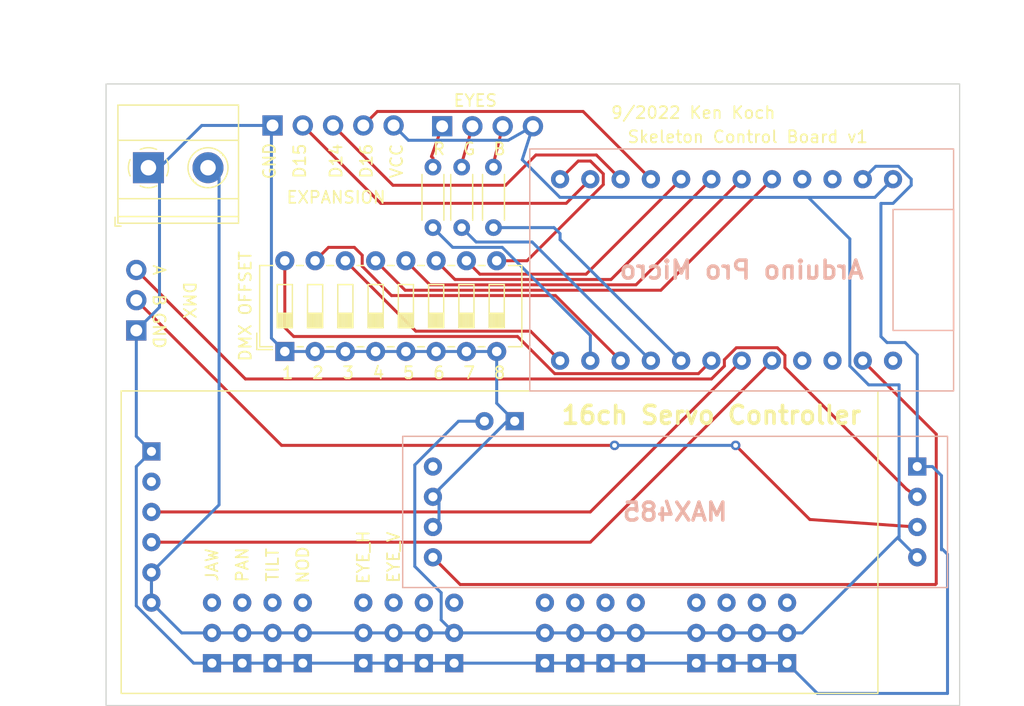
<source format=kicad_pcb>
(kicad_pcb (version 20211014) (generator pcbnew)
  (layers (0 "F.Cu" signal) (31 "B.Cu" signal) (34 "B.Paste" user) (35 "F.Paste" user) (36 "B.SilkS" user "B.Silkscreen") (37 "F.SilkS" user "F.Silkscreen") (38 "B.Mask" user) (39 "F.Mask" user) (44 "Edge.Cuts" user))
  (net 0 "")
  (net 1 "Net-(D1-Pad1)")
  (net 2 "Net-(D1-Pad2)")
  (net 3 "Net-(D1-Pad3)")
  (net 4 "VCC")
  (net 5 "GND")
  (net 6 "Net-(J1-Pad2)")
  (net 7 "Net-(J1-Pad3)")
  (net 8 "Net-(J3-Pad2)")
  (net 9 "Net-(J3-Pad3)")
  (net 10 "Net-(J3-Pad4)")
  (net 11 "/EXP_MOTOR_1")
  (net 12 "/EXP_MOTOR_2")
  (net 13 "/EXP_MOTOR_3")
  (net 14 "/EXP_MOTOR_4")
  (net 15 "/EXP_MOTOR_5")
  (net 16 "/EXP_MOTOR_6")
  (net 17 "/EXP_MOTOR_7")
  (net 18 "/EXP_MOTOR_8")
  (net 19 "/EXP_MOTOR_9")
  (net 20 "/EXP_MOTOR_10")
  (net 21 "/JAWMOTOR")
  (net 22 "/PANMOTOR")
  (net 23 "/TILTMOTOR")
  (net 24 "/NODMOTOR")
  (net 25 "/EYE_H_MOTOR")
  (net 26 "/EYE_V_MOTOR")
  (net 27 "/EYE_B")
  (net 28 "/EYE_G")
  (net 29 "/EYE_R")
  (net 30 "/ADDR_8")
  (net 31 "/ADDR_7")
  (net 32 "/ADDR_6")
  (net 33 "/ADDR_5")
  (net 34 "/ADDR_4")
  (net 35 "/ADDR_3")
  (net 36 "/ADDR_2")
  (net 37 "/ADDR_1")
  (net 38 "/485RO")
  (net 43 "/SERVO_SDA")
  (net 44 "/SERVO_SCL")
  (footprint "Connector_PinHeader_2.54mm:PinHeader_1x03_P2.54mm_Horizontal" (layer "F.Cu") (at 109.728 93.98 180)
    (fp_text reference "J2" hide)
    (fp_text value "DMX OUT (female)")
    (pad "1" thru_hole rect (at 0 0 180) (size 1.7 1.7) (drill 1) (layers *.Cu *.Mask) (net 5 "GND"))
    (pad "2" thru_hole oval (at 0 2.54 180) (size 1.7 1.7) (drill 1) (layers *.Cu *.Mask) (net 6 "Net-(J1-Pad2)"))
    (pad "3" thru_hole oval (at 0 5.08 180) (size 1.7 1.7) (drill 1) (layers *.Cu *.Mask) (net 7 "Net-(J1-Pad3)"))
  )
  (footprint "test:Adafruit 16ch Servo controller" (layer "F.Cu") (at 144.018 104.14)
    (fp_text reference "U3" hide)
    (fp_text value "16ch Servo Controller" hide)
    (fp_rect (start -35.56 -5.08) (end 27.94 20.32) (layer "F.SilkS") (width 0.12) (fill none))
    (pad "3" thru_hole circle (at -27.94 12.7) (size 1.524 1.524) (drill 0.762) (layers *.Cu *.Mask) (net 21 "/JAWMOTOR"))
    (pad "4" thru_hole circle (at -25.4 12.7) (size 1.524 1.524) (drill 0.762) (layers *.Cu *.Mask) (net 22 "/PANMOTOR"))
    (pad "5" thru_hole circle (at -22.86 12.7) (size 1.524 1.524) (drill 0.762) (layers *.Cu *.Mask) (net 23 "/TILTMOTOR"))
    (pad "6" thru_hole circle (at -20.32 12.7) (size 1.524 1.524) (drill 0.762) (layers *.Cu *.Mask) (net 24 "/NODMOTOR"))
    (pad "7" thru_hole circle (at -15.24 12.7) (size 1.524 1.524) (drill 0.762) (layers *.Cu *.Mask) (net 25 "/EYE_H_MOTOR"))
    (pad "8" thru_hole circle (at -12.7 12.7) (size 1.524 1.524) (drill 0.762) (layers *.Cu *.Mask) (net 26 "/EYE_V_MOTOR"))
    (pad "9" thru_hole circle (at -10.16 12.7) (size 1.524 1.524) (drill 0.762) (layers *.Cu *.Mask) (net 11 "/EXP_MOTOR_1"))
    (pad "10" thru_hole circle (at -7.62 12.7) (size 1.524 1.524) (drill 0.762) (layers *.Cu *.Mask) (net 12 "/EXP_MOTOR_2"))
    (pad "11" thru_hole circle (at -25.4 15.24) (size 1.524 1.524) (drill 0.762) (layers *.Cu *.Mask) (net 4 "VCC"))
    (pad "11" thru_hole circle (at -5.08 -2.54) (size 1.524 1.524) (drill 0.762) (layers *.Cu *.Mask) (net 4 "VCC"))
    (pad "11" thru_hole circle (at 2.54 15.24) (size 1.524 1.524) (drill 0.762) (layers *.Cu *.Mask) (net 4 "VCC"))
    (pad "11" thru_hole circle (at 17.78 15.24) (size 1.524 1.524) (drill 0.762) (layers *.Cu *.Mask) (net 4 "VCC"))
    (pad "11" thru_hole circle (at 15.24 15.24) (size 1.524 1.524) (drill 0.762) (layers *.Cu *.Mask) (net 4 "VCC"))
    (pad "11" thru_hole circle (at -10.16 15.24) (size 1.524 1.524) (drill 0.762) (layers *.Cu *.Mask) (net 4 "VCC"))
    (pad "11" thru_hole circle (at -22.86 15.24) (size 1.524 1.524) (drill 0.762) (layers *.Cu *.Mask) (net 4 "VCC"))
    (pad "11" thru_hole circle (at -7.62 15.24) (size 1.524 1.524) (drill 0.762) (layers *.Cu *.Mask) (net 4 "VCC"))
    (pad "11" thru_hole circle (at 12.7 15.24) (size 1.524 1.524) (drill 0.762) (layers *.Cu *.Mask) (net 4 "VCC"))
    (pad "11" thru_hole circle (at 20.32 15.24) (size 1.524 1.524) (drill 0.762) (layers *.Cu *.Mask) (net 4 "VCC"))
    (pad "11" thru_hole circle (at -12.7 15.24) (size 1.524 1.524) (drill 0.762) (layers *.Cu *.Mask) (net 4 "VCC"))
    (pad "11" thru_hole circle (at 5.08 15.24) (size 1.524 1.524) (drill 0.762) (layers *.Cu *.Mask) (net 4 "VCC"))
    (pad "11" thru_hole circle (at -20.32 15.24) (size 1.524 1.524) (drill 0.762) (layers *.Cu *.Mask) (net 4 "VCC"))
    (pad "11" thru_hole circle (at 0 15.24) (size 1.524 1.524) (drill 0.762) (layers *.Cu *.Mask) (net 4 "VCC"))
    (pad "11" thru_hole circle (at -15.24 15.24) (size 1.524 1.524) (drill 0.762) (layers *.Cu *.Mask) (net 4 "VCC"))
    (pad "11" thru_hole circle (at -27.94 15.24) (size 1.524 1.524) (drill 0.762) (layers *.Cu *.Mask) (net 4 "VCC"))
    (pad "11" thru_hole circle (at -33.02 10.16) (size 1.524 1.524) (drill 0.762) (layers *.Cu *.Mask) (net 4 "VCC"))
    (pad "11" thru_hole circle (at 7.62 15.24) (size 1.524 1.524) (drill 0.762) (layers *.Cu *.Mask) (net 4 "VCC"))
    (pad "11" thru_hole circle (at -33.02 12.7) (size 1.524 1.524) (drill 0.762) (layers *.Cu *.Mask) (net 4 "VCC"))
    (pad "12" thru_hole circle (at 0 12.7) (size 1.524 1.524) (drill 0.762) (layers *.Cu *.Mask) (net 13 "/EXP_MOTOR_3"))
    (pad "13" thru_hole circle (at 2.54 12.7) (size 1.524 1.524) (drill 0.762) (layers *.Cu *.Mask) (net 14 "/EXP_MOTOR_4"))
    (pad "14" thru_hole circle (at 5.08 12.7) (size 1.524 1.524) (drill 0.762) (layers *.Cu *.Mask) (net 15 "/EXP_MOTOR_5"))
    (pad "15" thru_hole circle (at 7.62 12.7) (size 1.524 1.524) (drill 0.762) (layers *.Cu *.Mask) (net 16 "/EXP_MOTOR_6"))
    (pad "16" thru_hole circle (at 12.7 12.7) (size 1.524 1.524) (drill 0.762) (layers *.Cu *.Mask) (net 17 "/EXP_MOTOR_7"))
    (pad "17" thru_hole circle (at 15.24 12.7) (size 1.524 1.524) (drill 0.762) (layers *.Cu *.Mask) (net 18 "/EXP_MOTOR_8"))
    (pad "18" thru_hole circle (at 17.78 12.7) (size 1.524 1.524) (drill 0.762) (layers *.Cu *.Mask) (net 19 "/EXP_MOTOR_9"))
    (pad "19" thru_hole circle (at 20.32 12.7) (size 1.524 1.524) (drill 0.762) (layers *.Cu *.Mask) (net 20 "/EXP_MOTOR_10"))
    (pad "20" thru_hole circle (at -33.02 2.54) (size 1.524 1.524) (drill 0.762) (layers *.Cu *.Mask))
    (pad "23" thru_hole circle (at -33.02 5.08) (size 1.524 1.524) (drill 0.762) (layers *.Cu *.Mask) (net 44 "/SERVO_SCL"))
    (pad "24" thru_hole circle (at -33.02 7.62) (size 1.524 1.524) (drill 0.762) (layers *.Cu *.Mask) (net 43 "/SERVO_SDA"))
    (pad "25" thru_hole rect (at 17.78 17.78) (size 1.524 1.524) (drill 0.762) (layers *.Cu *.Mask) (net 5 "GND"))
    (pad "25" thru_hole rect (at -33.02 0) (size 1.524 1.524) (drill 0.762) (layers *.Cu *.Mask) (net 5 "GND"))
    (pad "25" thru_hole rect (at 0 17.78) (size 1.524 1.524) (drill 0.762) (layers *.Cu *.Mask) (net 5 "GND"))
    (pad "25" thru_hole rect (at 12.7 17.78) (size 1.524 1.524) (drill 0.762) (layers *.Cu *.Mask) (net 5 "GND"))
    (pad "25" thru_hole rect (at 5.08 17.78) (size 1.524 1.524) (drill 0.762) (layers *.Cu *.Mask) (net 5 "GND"))
    (pad "25" thru_hole rect (at -25.4 17.78) (size 1.524 1.524) (drill 0.762) (layers *.Cu *.Mask) (net 5 "GND"))
    (pad "25" thru_hole rect (at -22.86 17.78) (size 1.524 1.524) (drill 0.762) (layers *.Cu *.Mask) (net 5 "GND"))
    (pad "25" thru_hole rect (at 20.32 17.78) (size 1.524 1.524) (drill 0.762) (layers *.Cu *.Mask) (net 5 "GND"))
    (pad "25" thru_hole rect (at -15.24 17.78) (size 1.524 1.524) (drill 0.762) (layers *.Cu *.Mask) (net 5 "GND"))
    (pad "25" thru_hole rect (at -7.62 17.78) (size 1.524 1.524) (drill 0.762) (layers *.Cu *.Mask) (net 5 "GND"))
    (pad "25" thru_hole rect (at -2.54 -2.54) (size 1.524 1.524) (drill 0.762) (layers *.Cu *.Mask) (net 5 "GND"))
    (pad "25" thru_hole rect (at 15.24 17.78) (size 1.524 1.524) (drill 0.762) (layers *.Cu *.Mask) (net 5 "GND"))
    (pad "25" thru_hole rect (at 2.54 17.78) (size 1.524 1.524) (drill 0.762) (layers *.Cu *.Mask) (net 5 "GND"))
    (pad "25" thru_hole rect (at -10.16 17.78) (size 1.524 1.524) (drill 0.762) (layers *.Cu *.Mask) (net 5 "GND"))
    (pad "25" thru_hole rect (at -20.32 17.78) (size 1.524 1.524) (drill 0.762) (layers *.Cu *.Mask) (net 5 "GND"))
    (pad "25" thru_hole rect (at 7.62 17.78) (size 1.524 1.524) (drill 0.762) (layers *.Cu *.Mask) (net 5 "GND"))
    (pad "25" thru_hole rect (at -27.94 17.78) (size 1.524 1.524) (drill 0.762) (layers *.Cu *.Mask) (net 5 "GND"))
    (pad "25" thru_hole rect (at -12.7 17.78) (size 1.524 1.524) (drill 0.762) (layers *.Cu *.Mask) (net 5 "GND"))
  )
  (footprint "MountingHole:MountingHole_2.2mm_M2" (layer "F.Cu") (at 174.752 76.2)
    (fp_text reference "REF**" hide)
    (fp_text value "MountingHole_2.2mm_M2")
    (pad "" np_thru_hole circle (at 0 0) (size 2.2 2.2) (drill 2.2) (layers *.Cu *.Mask))
  )
  (footprint "Resistor_THT:R_Axial_DIN0204_L3.6mm_D1.6mm_P5.08mm_Horizontal" (layer "F.Cu") (at 139.7 80.264 -90)
    (fp_text reference "R3" hide)
    (fp_text value "R")
    (fp_line (start 0.62 -0.92) (end 4.46 -0.92) (layer "F.SilkS") (width 0.12))
    (fp_line (start 0.62 0.92) (end 4.46 0.92) (layer "F.SilkS") (width 0.12))
    (pad "1" thru_hole circle (at 0 0 270) (size 1.4 1.4) (drill 0.7) (layers *.Cu *.Mask) (net 3 "Net-(D1-Pad3)"))
    (pad "2" thru_hole oval (at 5.08 0 270) (size 1.4 1.4) (drill 0.7) (layers *.Cu *.Mask) (net 29 "/EYE_R"))
  )
  (footprint "MountingHole:MountingHole_2.2mm_M2" (layer "F.Cu") (at 174.752 120.396)
    (fp_text reference "REF**" hide)
    (fp_text value "MountingHole_2.2mm_M2")
    (pad "" np_thru_hole circle (at 0 0) (size 2.2 2.2) (drill 2.2) (layers *.Cu *.Mask))
  )
  (footprint "Connector_PinHeader_2.54mm:PinHeader_1x04_P2.54mm_Horizontal" (layer "F.Cu") (at 135.392 76.835 90)
    (fp_text reference "D2" hide)
    (fp_text value "Right Eye")
    (pad "1" thru_hole rect (at 0 0 90) (size 1.7 1.7) (drill 1) (layers *.Cu *.Mask) (net 1 "Net-(D1-Pad1)"))
    (pad "2" thru_hole oval (at 0 2.54 90) (size 1.7 1.7) (drill 1) (layers *.Cu *.Mask) (net 2 "Net-(D1-Pad2)"))
    (pad "3" thru_hole oval (at 0 5.08 90) (size 1.7 1.7) (drill 1) (layers *.Cu *.Mask) (net 3 "Net-(D1-Pad3)"))
    (pad "4" thru_hole oval (at 0 7.62 90) (size 1.7 1.7) (drill 1) (layers *.Cu *.Mask) (net 4 "VCC"))
  )
  (footprint "Resistor_THT:R_Axial_DIN0204_L3.6mm_D1.6mm_P5.08mm_Horizontal" (layer "F.Cu") (at 134.62 80.264 -90)
    (fp_text reference "R1" hide)
    (fp_text value "R")
    (fp_line (start 0.62 -0.92) (end 4.46 -0.92) (layer "F.SilkS") (width 0.12))
    (fp_line (start 0.62 0.92) (end 4.46 0.92) (layer "F.SilkS") (width 0.12))
    (pad "1" thru_hole circle (at 0 0 270) (size 1.4 1.4) (drill 0.7) (layers *.Cu *.Mask) (net 1 "Net-(D1-Pad1)"))
    (pad "2" thru_hole oval (at 5.08 0 270) (size 1.4 1.4) (drill 0.7) (layers *.Cu *.Mask) (net 27 "/EYE_B"))
  )
  (footprint "Resistor_THT:R_Axial_DIN0204_L3.6mm_D1.6mm_P5.08mm_Horizontal" (layer "F.Cu") (at 137.033 80.264 -90)
    (fp_text reference "R2" hide)
    (fp_text value "R")
    (fp_line (start 0.62 0.92) (end 4.46 0.92) (layer "F.SilkS") (width 0.12))
    (fp_line (start 0.62 -0.92) (end 4.46 -0.92) (layer "F.SilkS") (width 0.12))
    (pad "1" thru_hole circle (at 0 0 270) (size 1.4 1.4) (drill 0.7) (layers *.Cu *.Mask) (net 2 "Net-(D1-Pad2)"))
    (pad "2" thru_hole oval (at 5.08 0 270) (size 1.4 1.4) (drill 0.7) (layers *.Cu *.Mask) (net 28 "/EYE_G"))
  )
  (footprint "Button_Switch_THT:SW_DIP_SPSTx08_Slide_6.7x21.88mm_W7.62mm_P2.54mm_LowProfile" (layer "F.Cu") (at 122.189 95.748 90)
    (fp_text reference "SW1" hide)
    (fp_text value "DMX Channel Offset Selection")
    (fp_line (start 2 7.465) (end 3.206667 7.465) (layer "F.SilkS") (width 0.12))
    (fp_line (start 2 4.685) (end 3.206667 4.685) (layer "F.SilkS") (width 0.12))
    (fp_line (start 2 4.925) (end 3.206667 4.925) (layer "F.SilkS") (width 0.12))
    (fp_line (start 2 12.065) (end 2 13.335) (layer "F.SilkS") (width 0.12))
    (fp_line (start 2 2.385) (end 3.206667 2.385) (layer "F.SilkS") (width 0.12))
    (fp_line (start 2 4.565) (end 3.206667 4.565) (layer "F.SilkS") (width 0.12))
    (fp_line (start 3.206667 1.905) (end 3.206667 3.175) (layer "F.SilkS") (width 0.12))
    (fp_line (start 2 0.205) (end 3.206667 0.205) (layer "F.SilkS") (width 0.12))
    (fp_line (start 0.4 -2.11) (end 0.4 -1.04) (layer "F.SilkS") (width 0.12))
    (fp_line (start 7.221 18.771) (end 7.221 19.891) (layer "F.SilkS") (width 0.12))
    (fp_line (start 2 12.545) (end 3.206667 12.545) (layer "F.SilkS") (width 0.12))
    (fp_line (start 2 15.805) (end 3.206667 15.805) (layer "F.SilkS") (width 0.12))
    (fp_line (start 2 8.065) (end 3.206667 8.065) (layer "F.SilkS") (width 0.12))
    (fp_line (start 5.62 9.525) (end 2 9.525) (layer "F.SilkS") (width 0.12))
    (fp_line (start 2 17.745) (end 3.206667 17.745) (layer "F.SilkS") (width 0.12))
    (fp_line (start 2 7.225) (end 3.206667 7.225) (layer "F.SilkS") (width 0.12))
    (fp_line (start 2 7.345) (end 3.206667 7.345) (layer "F.SilkS") (width 0.12))
    (fp_line (start 7.221 11.151) (end 7.221 11.711) (layer "F.SilkS") (width 0.12))
    (fp_line (start 3.206667 12.065) (end 3.206667 13.335) (layer "F.SilkS") (width 0.12))
    (fp_line (start 5.62 15.875) (end 5.62 14.605) (layer "F.SilkS") (width 0.12))
    (fp_line (start 2 17.385) (end 3.206667 17.385) (layer "F.SilkS") (width 0.12))
    (fp_line (start 3.206667 6.985) (end 3.206667 8.255) (layer "F.SilkS") (width 0.12))
    (fp_line (start 2 9.885) (end 3.206667 9.885) (layer "F.SilkS") (width 0.12))
    (fp_line (start 2 13.335) (end 5.62 13.335) (layer "F.SilkS") (width 0.12))
    (fp_line (start 2 8.255) (end 5.62 8.255) (layer "F.SilkS") (width 0.12))
    (fp_line (start 0.4 18.77) (end 0.4 19.891) (layer "F.SilkS") (width 0.12))
    (fp_line (start 2 10.795) (end 5.62 10.795) (layer "F.SilkS") (width 0.12))
    (fp_line (start 2 -0.155) (end 3.206667 -0.155) (layer "F.SilkS") (width 0.12))
    (fp_line (start 5.62 8.255) (end 5.62 6.985) (layer "F.SilkS") (width 0.12))
    (fp_line (start 2 15.325) (end 3.206667 15.325) (layer "F.SilkS") (width 0.12))
    (fp_line (start 2 5.645) (end 3.206667 5.645) (layer "F.SilkS") (width 0.12))
    (fp_line (start 2 10.125) (end 3.206667 10.125) (layer "F.SilkS") (width 0.12))
    (fp_line (start 7.221 3.531) (end 7.221 4.091) (layer "F.SilkS") (width 0.12))
    (fp_line (start 3.206667 9.525) (end 3.206667 10.795) (layer "F.SilkS") (width 0.12))
    (fp_line (start 0.4 19.891) (end 7.221 19.891) (layer "F.SilkS") (width 0.12))
    (fp_line (start 2 18.225) (end 3.206667 18.225) (layer "F.SilkS") (width 0.12))
    (fp_line (start 2 12.425) (end 3.206667 12.425) (layer "F.SilkS") (width 0.12))
    (fp_line (start 2 5.715) (end 5.62 5.715) (layer "F.SilkS") (width 0.12))
    (fp_line (start 2 5.525) (end 3.206667 5.525) (layer "F.SilkS") (width 0.12))
    (fp_line (start 2 3.175) (end 5.62 3.175) (layer "F.SilkS") (width 0.12))
    (fp_line (start 2 15.445) (end 3.206667 15.445) (layer "F.SilkS") (width 0.12))
    (fp_line (start 2 9.765) (end 3.206667 9.765) (layer "F.SilkS") (width 0.12))
    (fp_line (start 2 -0.395) (end 3.206667 -0.395) (layer "F.SilkS") (width 0.12))
    (fp_line (start 5.62 17.145) (end 2 17.145) (layer "F.SilkS") (width 0.12))
    (fp_line (start 2 7.585) (end 3.206667 7.585) (layer "F.SilkS") (width 0.12))
    (fp_line (start 5.62 4.445) (end 2 4.445) (layer "F.SilkS") (width 0.12))
    (fp_line (start 2 12.305) (end 3.206667 12.305) (layer "F.SilkS") (width 0.12))
    (fp_line (start 7.221 16.231) (end 7.221 16.79) (layer "F.SilkS") (width 0.12))
    (fp_line (start 2 9.645) (end 3.206667 9.645) (layer "F.SilkS") (width 0.12))
    (fp_line (start 0.4 3.53) (end 0.4 4.091) (layer "F.SilkS") (width 0.12))
    (fp_line (start 2 14.965) (end 3.206667 14.965) (layer "F.SilkS") (width 0.12))
    (fp_line (start 2 2.745) (end 3.206667 2.745) (layer "F.SilkS") (width 0.12))
    (fp_line (start 2 7.825) (end 3.206667 7.825) (layer "F.SilkS") (width 0.12))
    (fp_line (start 2 13.025) (end 3.206667 13.025) (layer "F.SilkS") (width 0.12))
    (fp_line (start 5.62 0.635) (end 5.62 -0.635) (layer "F.SilkS") (width 0.12))
    (fp_line (start 0.4 6.07) (end 0.4 6.631) (layer "F.SilkS") (width 0.12))
    (fp_line (start 0.4 8.61) (end 0.4 9.17) (layer "F.SilkS") (width 0.12))
    (fp_line (start 7.221 13.691) (end 7.221 14.251) (layer "F.SilkS") (width 0.12))
    (fp_line (start 2 8.185) (end 3.206667 8.185) (layer "F.SilkS") (width 0.12))
    (fp_line (start 5.62 3.175) (end 5.62 1.905) (layer "F.SilkS") (width 0.12))
    (fp_line (start 5.62 -0.635) (end 2 -0.635) (layer "F.SilkS") (width 0.12))
    (fp_line (start 2 15.565) (end 3.206667 15.565) (layer "F.SilkS") (width 0.12))
    (fp_line (start 2 5.405) (end 3.206667 5.405) (layer "F.SilkS") (width 0.12))
    (fp_line (start 2 0.325) (end 3.206667 0.325) (layer "F.SilkS") (width 0.12))
    (fp_line (start 2 17.865) (end 3.206667 17.865) (layer "F.SilkS") (width 0.12))
    (fp_line (start 2 2.265) (end 3.206667 2.265) (layer "F.SilkS") (width 0.12))
    (fp_line (start 2 14.845) (end 3.206667 14.845) (layer "F.SilkS") (width 0.12))
    (fp_line (start 2 13.265) (end 3.206667 13.265) (layer "F.SilkS") (width 0.12))
    (fp_line (start 0.16 -2.35) (end 1.543 -2.35) (layer "F.SilkS") (width 0.12))
    (fp_line (start 2 2.025) (end 3.206667 2.025) (layer "F.SilkS") (width 0.12))
    (fp_line (start 2 18.345) (end 3.206667 18.345) (layer "F.SilkS") (width 0.12))
    (fp_line (start 2 18.415) (end 5.62 18.415) (layer "F.SilkS") (width 0.12))
    (fp_line (start 7.221 0.991) (end 7.221 1.551) (layer "F.SilkS") (width 0.12))
    (fp_line (start 2 17.265) (end 3.206667 17.265) (layer "F.SilkS") (width 0.12))
    (fp_line (start 2 1.905) (end 2 3.175) (layer "F.SilkS") (width 0.12))
    (fp_line (start 2 10.005) (end 3.206667 10.005) (layer "F.SilkS") (width 0.12))
    (fp_line (start 2 0.635) (end 5.62 0.635) (layer "F.SilkS") (width 0.12))
    (fp_line (start 2 0.565) (end 3.206667 0.565) (layer "F.SilkS") (width 0.12))
    (fp_line (start 2 7.705) (end 3.206667 7.705) (layer "F.SilkS") (width 0.12))
    (fp_line (start 2 5.045) (end 3.206667 5.045) (layer "F.SilkS") (width 0.12))
    (fp_line (start 2 12.905) (end 3.206667 12.905) (layer "F.SilkS") (width 0.12))
    (fp_line (start 2 2.625) (end 3.206667 2.625) (layer "F.SilkS") (width 0.12))
    (fp_line (start 2 5.165) (end 3.206667 5.165) (layer "F.SilkS") (width 0.12))
    (fp_line (start 2 2.505) (end 3.206667 2.505) (layer "F.SilkS") (width 0.12))
    (fp_line (start 5.62 18.415) (end 5.62 17.145) (layer "F.SilkS") (width 0.12))
    (fp_line (start 2 15.685) (end 3.206667 15.685) (layer "F.SilkS") (width 0.12))
    (fp_line (start 5.62 14.605) (end 2 14.605) (layer "F.SilkS") (width 0.12))
    (fp_line (start 2 2.145) (end 3.206667 2.145) (layer "F.SilkS") (width 0.12))
    (fp_line (start 5.62 10.795) (end 5.62 9.525) (layer "F.SilkS") (width 0.12))
    (fp_line (start 2 9.525) (end 2 10.795) (layer "F.SilkS") (width 0.12))
    (fp_line (start 2 3.105) (end 3.206667 3.105) (layer "F.SilkS") (width 0.12))
    (fp_line (start 5.62 12.065) (end 2 12.065) (layer "F.SilkS") (width 0.12))
    (fp_line (start 2 4.445) (end 2 5.715) (layer "F.SilkS") (width 0.12))
    (fp_line (start 2 10.725) (end 3.206667 10.725) (layer "F.SilkS") (width 0.12))
    (fp_line (start 2 2.865) (end 3.206667 2.865) (layer "F.SilkS") (width 0.12))
    (fp_line (start 5.62 13.335) (end 5.62 12.065) (layer "F.SilkS") (width 0.12))
    (fp_line (start 2 0.445) (end 3.206667 0.445) (layer "F.SilkS") (width 0.12))
    (fp_line (start 2 -0.275) (end 3.206667 -0.275) (layer "F.SilkS") (width 0.12))
    (fp_line (start 2 5.285) (end 3.206667 5.285) (layer "F.SilkS") (width 0.12))
    (fp_line (start 2 10.485) (end 3.206667 10.485) (layer "F.SilkS") (width 0.12))
    (fp_line (start 2 13.145) (end 3.206667 13.145) (layer "F.SilkS") (width 0.12))
    (fp_line (start 2 15.205) (end 3.206667 15.205) (layer "F.SilkS") (width 0.12))
    (fp_line (start 2 17.145) (end 2 18.415) (layer "F.SilkS") (width 0.12))
    (fp_line (start 2 14.725) (end 3.206667 14.725) (layer "F.SilkS") (width 0.12))
    (fp_line (start 2 18.105) (end 3.206667 18.105) (layer "F.SilkS") (width 0.12))
    (fp_line (start 2 12.185) (end 3.206667 12.185) (layer "F.SilkS") (width 0.12))
    (fp_line (start 0.16 -2.35) (end 0.16 -1.04) (layer "F.SilkS") (width 0.12))
    (fp_line (start 0.4 16.23) (end 0.4 16.79) (layer "F.SilkS") (width 0.12))
    (fp_line (start 2 2.985) (end 3.206667 2.985) (layer "F.SilkS") (width 0.12))
    (fp_line (start 2 10.605) (end 3.206667 10.605) (layer "F.SilkS") (width 0.12))
    (fp_line (start 2 10.365) (end 3.206667 10.365) (layer "F.SilkS") (width 0.12))
    (fp_line (start 2 0.085) (end 3.206667 0.085) (layer "F.SilkS") (width 0.12))
    (fp_line (start 0.4 11.15) (end 0.4 11.71) (layer "F.SilkS") (width 0.12))
    (fp_line (start 2 17.625) (end 3.206667 17.625) (layer "F.SilkS") (width 0.12))
    (fp_line (start 2 14.605) (end 2 15.875) (layer "F.SilkS") (width 0.12))
    (fp_line (start 0.4 13.69) (end 0.4 14.25) (layer "F.SilkS") (width 0.12))
    (fp_line (start 2 6.985) (end 2 8.255) (layer "F.SilkS") (width 0.12))
    (fp_line (start 5.62 5.715) (end 5.62 4.445) (layer "F.SilkS") (width 0.12))
    (fp_line (start 0.4 1.04) (end 0.4 1.551) (layer "F.SilkS") (width 0.12))
    (fp_line (start 5.62 6.985) (end 2 6.985) (layer "F.SilkS") (width 0.12))
    (fp_line (start 2 4.805) (end 3.206667 4.805) (layer "F.SilkS") (width 0.12))
    (fp_line (start 0.4 -2.11) (end 7.221 -2.11) (layer "F.SilkS") (width 0.12))
    (fp_line (start 2 12.785) (end 3.206667 12.785) (layer "F.SilkS") (width 0.12))
    (fp_line (start 2 15.085) (end 3.206667 15.085) (layer "F.SilkS") (width 0.12))
    (fp_line (start 3.206667 17.145) (end 3.206667 18.415) (layer "F.SilkS") (width 0.12))
    (fp_line (start 2 15.875) (end 5.62 15.875) (layer "F.SilkS") (width 0.12))
    (fp_line (start 2 7.945) (end 3.206667 7.945) (layer "F.SilkS") (width 0.12))
    (fp_line (start 3.206667 14.605) (end 3.206667 15.875) (layer "F.SilkS") (width 0.12))
    (fp_line (start 3.206667 4.445) (end 3.206667 5.715) (layer "F.SilkS") (width 0.12))
    (fp_line (start 5.62 1.905) (end 2 1.905) (layer "F.SilkS") (width 0.12))
    (fp_line (start 7.221 -2.11) (end 7.221 -0.99) (layer "F.SilkS") (width 0.12))
    (fp_line (start 7.221 8.611) (end 7.221 9.171) (layer "F.SilkS") (width 0.12))
    (fp_line (start 2 -0.635) (end 2 0.635) (layer "F.SilkS") (width 0.12))
    (fp_line (start 2 17.985) (end 3.206667 17.985) (layer "F.SilkS") (width 0.12))
    (fp_line (start 7.221 6.071) (end 7.221 6.631) (layer "F.SilkS") (width 0.12))
    (fp_line (start 2 10.245) (end 3.206667 10.245) (layer "F.SilkS") (width 0.12))
    (fp_line (start 2 -0.515) (end 3.206667 -0.515) (layer "F.SilkS") (width 0.12))
    (fp_line (start 3.206667 -0.635) (end 3.206667 0.635) (layer "F.SilkS") (width 0.12))
    (fp_line (start 2 -0.035) (end 3.206667 -0.035) (layer "F.SilkS") (width 0.12))
    (fp_line (start 2 17.505) (end 3.206667 17.505) (layer "F.SilkS") (width 0.12))
    (fp_line (start 2 12.665) (end 3.206667 12.665) (layer "F.SilkS") (width 0.12))
    (fp_line (start 2 7.105) (end 3.206667 7.105) (layer "F.SilkS") (width 0.12))
    (pad "1" thru_hole rect (at 0 0 90) (size 1.6 1.6) (drill 0.8) (layers *.Cu *.Mask) (net 5 "GND"))
    (pad "2" thru_hole oval (at 0 2.54 90) (size 1.6 1.6) (drill 0.8) (layers *.Cu *.Mask) (net 5 "GND"))
    (pad "3" thru_hole oval (at 0 5.08 90) (size 1.6 1.6) (drill 0.8) (layers *.Cu *.Mask) (net 5 "GND"))
    (pad "4" thru_hole oval (at 0 7.62 90) (size 1.6 1.6) (drill 0.8) (layers *.Cu *.Mask) (net 5 "GND"))
    (pad "5" thru_hole oval (at 0 10.16 90) (size 1.6 1.6) (drill 0.8) (layers *.Cu *.Mask) (net 5 "GND"))
    (pad "6" thru_hole oval (at 0 12.7 90) (size 1.6 1.6) (drill 0.8) (layers *.Cu *.Mask) (net 5 "GND"))
    (pad "7" thru_hole oval (at 0 15.24 90) (size 1.6 1.6) (drill 0.8) (layers *.Cu *.Mask) (net 5 "GND"))
    (pad "8" thru_hole oval (at 0 17.78 90) (size 1.6 1.6) (drill 0.8) (layers *.Cu *.Mask) (net 5 "GND"))
    (pad "9" thru_hole oval (at 7.62 17.78 90) (size 1.6 1.6) (drill 0.8) (layers *.Cu *.Mask) (net 30 "/ADDR_8"))
    (pad "10" thru_hole oval (at 7.62 15.24 90) (size 1.6 1.6) (drill 0.8) (layers *.Cu *.Mask) (net 31 "/ADDR_7"))
    (pad "11" thru_hole oval (at 7.62 12.7 90) (size 1.6 1.6) (drill 0.8) (layers *.Cu *.Mask) (net 32 "/ADDR_6"))
    (pad "12" thru_hole oval (at 7.62 10.16 90) (size 1.6 1.6) (drill 0.8) (layers *.Cu *.Mask) (net 33 "/ADDR_5"))
    (pad "13" thru_hole oval (at 7.62 7.62 90) (size 1.6 1.6) (drill 0.8) (layers *.Cu *.Mask) (net 34 "/ADDR_4"))
    (pad "14" thru_hole oval (at 7.62 5.08 90) (size 1.6 1.6) (drill 0.8) (layers *.Cu *.Mask) (net 35 "/ADDR_3"))
    (pad "15" thru_hole oval (at 7.62 2.54 90) (size 1.6 1.6) (drill 0.8) (layers *.Cu *.Mask) (net 36 "/ADDR_2"))
    (pad "16" thru_hole oval (at 7.62 0 90) (size 1.6 1.6) (drill 0.8) (layers *.Cu *.Mask) (net 37 "/ADDR_1"))
  )
  (footprint "TerminalBlock_Phoenix:TerminalBlock_Phoenix_MKDS-1,5-2_1x02_P5.00mm_Horizontal" (layer "F.Cu") (at 110.744 80.315)
    (fp_text reference "J4" hide)
    (fp_text value "Power Input")
    (fp_line (start -2.56 2.6) (end 7.56 2.6) (layer "F.SilkS") (width 0.12))
    (fp_line (start -2.56 4.66) (end 7.56 4.66) (layer "F.SilkS") (width 0.12))
    (fp_line (start 3.966 1.239) (end 3.931 1.274) (layer "F.SilkS") (width 0.12))
    (fp_line (start -2.56 -5.261) (end -2.56 4.66) (layer "F.SilkS") (width 0.12))
    (fp_line (start -2.56 -5.261) (end 7.56 -5.261) (layer "F.SilkS") (width 0.12))
    (fp_line (start 3.773 1.023) (end 3.726 1.069) (layer "F.SilkS") (width 0.12))
    (fp_line (start 7.56 -5.261) (end 7.56 4.66) (layer "F.SilkS") (width 0.12))
    (fp_line (start 6.275 -1.069) (end 6.228 -1.023) (layer "F.SilkS") (width 0.12))
    (fp_line (start -2.56 -2.301) (end 7.56 -2.301) (layer "F.SilkS") (width 0.12))
    (fp_line (start -2.56 4.1) (end 7.56 4.1) (layer "F.SilkS") (width 0.12))
    (fp_line (start 6.07 -1.275) (end 6.035 -1.239) (layer "F.SilkS") (width 0.12))
    (fp_line (start -2.8 4.9) (end -2.3 4.9) (layer "F.SilkS") (width 0.12))
    (fp_line (start -2.8 4.16) (end -2.8 4.9) (layer "F.SilkS") (width 0.12))
    (fp_arc (start 0.028805 1.680253) (mid -0.335551 1.646659) (end -0.684 1.535) (layer "F.SilkS") (width 0.12))
    (fp_arc (start -0.683042 -1.535427) (mid 0.000524 -1.680501) (end 0.684 -1.535) (layer "F.SilkS") (width 0.12))
    (fp_arc (start 1.535427 -0.683042) (mid 1.680501 0.000524) (end 1.535 0.684) (layer "F.SilkS") (width 0.12))
    (fp_arc (start -1.535427 0.683042) (mid -1.680501 -0.000524) (end -1.535 -0.684) (layer "F.SilkS") (width 0.12))
    (fp_arc (start 0.683318 1.534756) (mid 0.349292 1.643288) (end 0 1.68) (layer "F.SilkS") (width 0.12))
    (fp_circle (center 5 0) (end 6.68 0) (layer "F.SilkS") (width 0.12) (fill none))
    (pad "1" thru_hole rect (at 0 0) (size 2.6 2.6) (drill 1.3) (layers *.Cu *.Mask) (net 5 "GND"))
    (pad "2" thru_hole circle (at 5 0) (size 2.6 2.6) (drill 1.3) (layers *.Cu *.Mask) (net 4 "VCC"))
  )
  (footprint "Connector_PinHeader_2.54mm:PinHeader_1x05_P2.54mm_Horizontal" (layer "F.Cu") (at 121.158 76.765 90)
    (fp_text reference "J3" hide)
    (fp_text value "Expansion Slots")
    (pad "1" thru_hole rect (at 0 0 90) (size 1.7 1.7) (drill 1) (layers *.Cu *.Mask) (net 5 "GND"))
    (pad "2" thru_hole oval (at 0 2.54 90) (size 1.7 1.7) (drill 1) (layers *.Cu *.Mask) (net 8 "Net-(J3-Pad2)"))
    (pad "3" thru_hole oval (at 0 5.08 90) (size 1.7 1.7) (drill 1) (layers *.Cu *.Mask) (net 9 "Net-(J3-Pad3)"))
    (pad "4" thru_hole oval (at 0 7.62 90) (size 1.7 1.7) (drill 1) (layers *.Cu *.Mask) (net 10 "Net-(J3-Pad4)"))
    (pad "5" thru_hole oval (at 0 10.16 90) (size 1.7 1.7) (drill 1) (layers *.Cu *.Mask) (net 4 "VCC"))
  )
  (footprint "test:arduino pro micro" (layer "B.Cu") (at 160.528 88.9 180)
    (fp_text reference "U2" hide)
    (fp_text value "ProMicro")
    (fp_rect (start -17.78 5.08) (end -12.7 -5.08) (layer "B.SilkS") (width 0.12) (fill none))
    (fp_rect (start 17.78 10.16) (end -17.78 -10.16) (layer "B.SilkS") (width 0.12) (fill none))
    (pad "1" thru_hole circle (at -12.7 -7.62 180) (size 1.524 1.524) (drill 0.762) (layers *.Cu *.Mask))
    (pad "2" thru_hole circle (at -10.16 -7.62 180) (size 1.524 1.524) (drill 0.762) (layers *.Cu *.Mask) (net 38 "/485RO"))
    (pad "3" thru_hole circle (at -7.62 -7.62 180) (size 1.524 1.524) (drill 0.762) (layers *.Cu *.Mask))
    (pad "4" thru_hole circle (at -5.08 -7.62 180) (size 1.524 1.524) (drill 0.762) (layers *.Cu *.Mask))
    (pad "5" thru_hole circle (at -2.54 -7.62 180) (size 1.524 1.524) (drill 0.762) (layers *.Cu *.Mask) (net 43 "/SERVO_SDA"))
    (pad "6" thru_hole circle (at 0 -7.62 180) (size 1.524 1.524) (drill 0.762) (layers *.Cu *.Mask) (net 44 "/SERVO_SCL"))
    (pad "7" thru_hole circle (at 2.54 -7.62 180) (size 1.524 1.524) (drill 0.762) (layers *.Cu *.Mask) (net 37 "/ADDR_1"))
    (pad "8" thru_hole circle (at 5.08 -7.62 180) (size 1.524 1.524) (drill 0.762) (layers *.Cu *.Mask) (net 29 "/EYE_R"))
    (pad "9" thru_hole circle (at 7.62 -7.62 180) (size 1.524 1.524) (drill 0.762) (layers *.Cu *.Mask) (net 28 "/EYE_G"))
    (pad "10" thru_hole circle (at 10.16 -7.62 180) (size 1.524 1.524) (drill 0.762) (layers *.Cu *.Mask) (net 36 "/ADDR_2"))
    (pad "11" thru_hole circle (at 12.7 -7.62 180) (size 1.524 1.524) (drill 0.762) (layers *.Cu *.Mask) (net 27 "/EYE_B"))
    (pad "12" thru_hole circle (at 15.24 -7.62 180) (size 1.524 1.524) (drill 0.762) (layers *.Cu *.Mask) (net 35 "/ADDR_3"))
    (pad "13" thru_hole circle (at 15.24 7.62 180) (size 1.524 1.524) (drill 0.762) (layers *.Cu *.Mask) (net 30 "/ADDR_8"))
    (pad "14" thru_hole circle (at 12.7 7.62 180) (size 1.524 1.524) (drill 0.762) (layers *.Cu *.Mask) (net 8 "Net-(J3-Pad2)"))
    (pad "15" thru_hole circle (at 10.16 7.62 180) (size 1.524 1.524) (drill 0.762) (layers *.Cu *.Mask) (net 9 "Net-(J3-Pad3)"))
    (pad "16" thru_hole circle (at 7.62 7.62 180) (size 1.524 1.524) (drill 0.762) (layers *.Cu *.Mask) (net 10 "Net-(J3-Pad4)"))
    (pad "17" thru_hole circle (at 5.08 7.62 180) (size 1.524 1.524) (drill 0.762) (layers *.Cu *.Mask) (net 31 "/ADDR_7"))
    (pad "18" thru_hole circle (at 2.54 7.62 180) (size 1.524 1.524) (drill 0.762) (layers *.Cu *.Mask) (net 32 "/ADDR_6"))
    (pad "19" thru_hole circle (at 0 7.62 180) (size 1.524 1.524) (drill 0.762) (layers *.Cu *.Mask) (net 33 "/ADDR_5"))
    (pad "20" thru_hole circle (at -2.54 7.62 180) (size 1.524 1.524) (drill 0.762) (layers *.Cu *.Mask) (net 34 "/ADDR_4"))
    (pad "21" thru_hole circle (at -5.08 7.62 180) (size 1.524 1.524) (drill 0.762) (layers *.Cu *.Mask))
    (pad "22" thru_hole circle (at -7.62 7.62 180) (size 1.524 1.524) (drill 0.762) (layers *.Cu *.Mask))
    (pad "23" thru_hole circle (at -10.16 7.62 180) (size 1.524 1.524) (drill 0.762) (layers *.Cu *.Mask) (net 5 "GND"))
    (pad "24" thru_hole circle (at -12.7 7.62 180) (size 1.524 1.524) (drill 0.762) (layers *.Cu *.Mask) (net 4 "VCC"))
  )
  (footprint "test:MAX485" (layer "B.Cu") (at 144.78 110.49)
    (fp_text reference "U1" hide)
    (fp_text value "MAX485E" hide)
    (fp_rect (start -12.7 5.08) (end 33.02 -7.62) (layer "B.SilkS") (width 0.12) (fill none))
    (pad "1" thru_hole circle (at -10.16 2.54) (size 1.524 1.524) (drill 0.762) (layers *.Cu *.Mask) (net 38 "/485RO"))
    (pad "2" thru_hole circle (at -10.16 0) (size 1.524 1.524) (drill 0.762) (layers *.Cu *.Mask) (net 5 "GND"))
    (pad "3" thru_hole circle (at -10.16 -2.54) (size 1.524 1.524) (drill 0.762) (layers *.Cu *.Mask) (net 5 "GND"))
    (pad "4" thru_hole circle (at -10.16 -5.08) (size 1.524 1.524) (drill 0.762) (layers *.Cu *.Mask))
    (pad "5" thru_hole rect (at 30.48 -5.08) (size 1.524 1.524) (drill 0.762) (layers *.Cu *.Mask) (net 5 "GND"))
    (pad "6" thru_hole circle (at 30.48 -2.54) (size 1.524 1.524) (drill 0.762) (layers *.Cu *.Mask) (net 7 "Net-(J1-Pad3)"))
    (pad "7" thru_hole circle (at 30.48 0) (size 1.524 1.524) (drill 0.762) (layers *.Cu *.Mask) (net 6 "Net-(J1-Pad2)"))
    (pad "8" thru_hole circle (at 30.48 2.54) (size 1.524 1.524) (drill 0.762) (layers *.Cu *.Mask) (net 4 "VCC"))
  )
  (gr_rect (start 107.188 73.279) (end 178.816 125.476) (layer "Edge.Cuts") (width 0.1) (fill none))
  (gr_text "MAX485" (at 154.94 109.22) (layer "B.SilkS") (effects (font (size 1.5 1.5) (thickness 0.3)) (justify mirror)))
  (gr_text "Arduino Pro Micro" (at 160.528 88.9) (layer "B.SilkS") (effects (font (size 1.5 1.5) (thickness 0.3)) (justify mirror)))
  (gr_text "A" (at 111.633 88.9 270) (layer "F.SilkS") (effects (font (size 1 1))))
  (gr_text "B" (at 140.208 78.74) (layer "F.SilkS") (effects (font (size 1 1))))
  (gr_text "1" (at 122.428 97.536) (layer "F.SilkS") (effects (font (size 1 1))))
  (gr_text "EYE_V" (at 131.318 113.03 90) (layer "F.SilkS") (effects (font (size 1 1))))
  (gr_text "2" (at 124.968 97.536) (layer "F.SilkS") (effects (font (size 1 1))))
  (gr_text "4" (at 130.048 97.536) (layer "F.SilkS") (effects (font (size 1 1))))
  (gr_text "EXPANSION" (at 126.492 82.804) (layer "F.SilkS") (effects (font (size 1 1))))
  (gr_text "5" (at 132.588 97.536) (layer "F.SilkS") (effects (font (size 1 1))))
  (gr_text "D16" (at 129.032 79.756 90) (layer "F.SilkS") (effects (font (size 1 1))))
  (gr_text "DMX OFFSET\n" (at 118.872 91.948 90) (layer "F.SilkS") (effects (font (size 1 1))))
  (gr_text "G\n" (at 137.668 78.74) (layer "F.SilkS") (effects (font (size 1 1))))
  (gr_text "GND" (at 111.633 93.98 270) (layer "F.SilkS") (effects (font (size 1 1))))
  (gr_text "16ch Servo Controller" (at 157.988 101.092) (layer "F.SilkS") (effects (font (size 1.5 1.5) (thickness 0.3))))
  (gr_text "9/2022 Ken Koch" (at 156.464 75.692) (layer "F.SilkS") (effects (font (size 1 1))))
  (gr_text "B" (at 111.633 91.44 270) (layer "F.SilkS") (effects (font (size 1 1))))
  (gr_text "PAN" (at 118.618 113.665 90) (layer "F.SilkS") (effects (font (size 1 1))))
  (gr_text "R" (at 135.128 78.74) (layer "F.SilkS") (effects (font (size 1 1))))
  (gr_text "DMX" (at 114.173 91.44 270) (layer "F.SilkS") (effects (font (size 1 1))))
  (gr_text "6" (at 135.128 97.536) (layer "F.SilkS") (effects (font (size 1 1))))
  (gr_text "D15" (at 123.444 79.756 90) (layer "F.SilkS") (effects (font (size 1 1))))
  (gr_text "GND" (at 120.904 79.756 90) (layer "F.SilkS") (effects (font (size 1 1))))
  (gr_text "7" (at 137.668 97.536) (layer "F.SilkS") (effects (font (size 1 1))))
  (gr_text "TILT" (at 121.158 113.665 90) (layer "F.SilkS") (effects (font (size 1 1))))
  (gr_text "D14" (at 126.492 79.756 90) (layer "F.SilkS") (effects (font (size 1 1))))
  (gr_text "EYE_H" (at 128.778 113.03 90) (layer "F.SilkS") (effects (font (size 1 1))))
  (gr_text "8" (at 140.208 97.536) (layer "F.SilkS") (effects (font (size 1 1))))
  (gr_text "3" (at 127.508 97.536) (layer "F.SilkS") (effects (font (size 1 1))))
  (gr_text "JAW" (at 116.078 113.665 90) (layer "F.SilkS") (effects (font (size 1 1))))
  (gr_text "Skeleton Control Board v1" (at 161.036 77.724) (layer "F.SilkS") (effects (font (size 1 1))))
  (gr_text "EYES" (at 138.176 74.676) (layer "F.SilkS") (effects (font (size 1 1))))
  (gr_text "VCC" (at 131.572 79.756 90) (layer "F.SilkS") (effects (font (size 1 1))))
  (gr_text "NOD" (at 123.698 113.665 90) (layer "F.SilkS") (effects (font (size 1 1))))
  (segment (start 134.493 79.375) (end 134.62 79.502) (width 0.25) (layer "F.Cu") (net 1))
  (segment (start 135.392 76.835) (end 134.493 79.375) (width 0.25) (layer "F.Cu") (net 1))
  (segment (start 134.62 79.502) (end 134.62 79.949991) (width 0.25) (layer "F.Cu") (net 1))
  (segment (start 137.932 76.835) (end 137.033 79.949991) (width 0.25) (layer "F.Cu") (net 2))
  (segment (start 140.472 76.835) (end 139.7 79.949991) (width 0.25) (layer "F.Cu") (net 3))
  (segment (start 110.998 116.84) (end 113.538 119.38) (width 0.25) (layer "B.Cu") (net 4))
  (segment (start 169.601489 96.970049) (end 171.18344 98.552) (width 0.25) (layer "B.Cu") (net 4))
  (segment (start 135.311489 116.007489) (end 133.096 113.792) (width 0.25) (layer "B.Cu") (net 4))
  (segment (start 159.258 119.38) (end 161.798 119.38) (width 0.25) (layer "B.Cu") (net 4))
  (segment (start 175.26 113.03) (end 173.736 111.506) (width 0.25) (layer "B.Cu") (net 4))
  (segment (start 173.736 111.506) (end 173.736 111.252) (width 0.25) (layer "B.Cu") (net 4))
  (segment (start 145.27544 82.804) (end 142.113 79.64156) (width 0.25) (layer "B.Cu") (net 4))
  (segment (start 166.116 82.804) (end 145.27544 82.804) (width 0.25) (layer "B.Cu") (net 4))
  (segment (start 133.096 113.792) (end 133.096 105.27044) (width 0.25) (layer "B.Cu") (net 4))
  (segment (start 116.673 108.625) (end 110.998 114.3) (width 0.25) (layer "B.Cu") (net 4))
  (segment (start 173.736 111.252) (end 173.736 98.552) (width 0.25) (layer "B.Cu") (net 4))
  (segment (start 173.228 81.28) (end 171.704 82.804) (width 0.25) (layer "B.Cu") (net 4))
  (segment (start 169.601489 86.289489) (end 169.601489 96.970049) (width 0.25) (layer "B.Cu") (net 4))
  (segment (start 171.704 82.804) (end 166.116 82.804) (width 0.25) (layer "B.Cu") (net 4))
  (segment (start 128.778 119.38) (end 131.318 119.38) (width 0.25) (layer "B.Cu") (net 4))
  (segment (start 115.744 80.315) (end 116.673 80.315) (width 0.25) (layer "B.Cu") (net 4))
  (segment (start 123.698 119.38) (end 128.778 119.38) (width 0.25) (layer "B.Cu") (net 4))
  (segment (start 121.158 119.38) (end 123.698 119.38) (width 0.25) (layer "B.Cu") (net 4))
  (segment (start 166.116 82.804) (end 169.601489 86.289489) (width 0.25) (layer "B.Cu") (net 4))
  (segment (start 132.562511 78.009511) (end 131.318 76.765) (width 0.25) (layer "B.Cu") (net 4))
  (segment (start 151.638 119.38) (end 156.718 119.38) (width 0.25) (layer "B.Cu") (net 4))
  (segment (start 135.311489 118.293489) (end 135.311489 116.007489) (width 0.25) (layer "B.Cu") (net 4))
  (segment (start 156.718 119.38) (end 159.258 119.38) (width 0.25) (layer "B.Cu") (net 4))
  (segment (start 142.113 79.64156) (end 143.012 76.835) (width 0.25) (layer "B.Cu") (net 4))
  (segment (start 161.798 119.38) (end 164.338 119.38) (width 0.25) (layer "B.Cu") (net 4))
  (segment (start 171.18344 98.552) (end 173.736 98.552) (width 0.25) (layer "B.Cu") (net 4))
  (segment (start 131.318 119.38) (end 133.858 119.38) (width 0.25) (layer "B.Cu") (net 4))
  (segment (start 118.618 119.38) (end 121.158 119.38) (width 0.25) (layer "B.Cu") (net 4))
  (segment (start 110.998 114.3) (end 110.998 116.84) (width 0.25) (layer "B.Cu") (net 4))
  (segment (start 133.858 119.38) (end 136.398 119.38) (width 0.25) (layer "B.Cu") (net 4))
  (segment (start 110.998 114.3) (end 110.998 116.586) (width 0.25) (layer "B.Cu") (net 4))
  (segment (start 133.096 105.27044) (end 136.76644 101.6) (width 0.25) (layer "B.Cu") (net 4))
  (segment (start 144.018 119.38) (end 146.558 119.38) (width 0.25) (layer "B.Cu") (net 4))
  (segment (start 116.673 80.315) (end 116.673 108.625) (width 0.25) (layer "B.Cu") (net 4))
  (segment (start 136.76644 101.6) (end 138.938 101.6) (width 0.25) (layer "B.Cu") (net 4))
  (segment (start 149.098 119.38) (end 151.638 119.38) (width 0.25) (layer "B.Cu") (net 4))
  (segment (start 116.078 119.38) (end 118.618 119.38) (width 0.25) (layer "B.Cu") (net 4))
  (segment (start 146.558 119.38) (end 149.098 119.38) (width 0.25) (layer "B.Cu") (net 4))
  (segment (start 143.012 76.835) (end 140.938489 78.009511) (width 0.25) (layer "B.Cu") (net 4))
  (segment (start 136.398 119.38) (end 135.311489 118.293489) (width 0.25) (layer "B.Cu") (net 4))
  (segment (start 113.538 119.38) (end 116.078 119.38) (width 0.25) (layer "B.Cu") (net 4))
  (segment (start 136.398 119.38) (end 144.018 119.38) (width 0.25) (layer "B.Cu") (net 4))
  (segment (start 165.608 119.38) (end 173.736 111.252) (width 0.25) (layer "B.Cu") (net 4))
  (segment (start 164.338 119.38) (end 165.608 119.38) (width 0.25) (layer "B.Cu") (net 4))
  (segment (start 140.938489 78.009511) (end 132.562511 78.009511) (width 0.25) (layer "B.Cu") (net 4))
  (segment (start 177.292 106.172) (end 177.292 112.40756) (width 0.25) (layer "B.Cu") (net 5))
  (segment (start 141.478 101.6) (end 140.843 101.6) (width 0.25) (layer "B.Cu") (net 5))
  (segment (start 109.728 105.41) (end 109.728 117.10656) (width 0.25) (layer "B.Cu") (net 5))
  (segment (start 139.969 100.091) (end 141.478 101.6) (width 0.25) (layer "B.Cu") (net 5))
  (segment (start 174.752 81.26744) (end 174.752 81.788) (width 0.25) (layer "B.Cu") (net 5))
  (segment (start 111.673 80.315) (end 111.673 92.035) (width 0.25) (layer "B.Cu") (net 5))
  (segment (start 174.244 94.996) (end 175.26 96.012) (width 0.25) (layer "B.Cu") (net 5))
  (segment (start 172.212 83.312) (end 172.212 94.488) (width 0.25) (layer "B.Cu") (net 5))
  (segment (start 136.398 121.92) (end 144.018 121.92) (width 0.25) (layer "B.Cu") (net 5))
  (segment (start 139.969 95.748) (end 139.969 100.091) (width 0.25) (layer "B.Cu") (net 5))
  (segment (start 135.128 107.315) (end 135.128 109.855) (width 0.25) (layer "B.Cu") (net 5))
  (segment (start 146.558 121.92) (end 149.098 121.92) (width 0.25) (layer "B.Cu") (net 5))
  (segment (start 121.064489 76.858511) (end 121.064489 94.623489) (width 0.25) (layer "B.Cu") (net 5))
  (segment (start 110.744 80.315) (end 111.673 80.315) (width 0.25) (layer "B.Cu") (net 5))
  (segment (start 156.718 121.92) (end 159.258 121.92) (width 0.25) (layer "B.Cu") (net 5))
  (segment (start 172.212 94.488) (end 172.72 94.996) (width 0.25) (layer "B.Cu") (net 5))
  (segment (start 128.778 121.92) (end 131.318 121.92) (width 0.25) (layer "B.Cu") (net 5))
  (segment (start 133.858 121.92) (end 136.398 121.92) (width 0.25) (layer "B.Cu") (net 5))
  (segment (start 129.809 95.748) (end 132.349 95.748) (width 0.25) (layer "B.Cu") (net 5))
  (segment (start 175.26 105.41) (end 176.53 105.41) (width 0.25) (layer "B.Cu") (net 5))
  (segment (start 174.752 81.788) (end 173.228 83.312) (width 0.25) (layer "B.Cu") (net 5))
  (segment (start 127.269 95.748) (end 129.809 95.748) (width 0.25) (layer "B.Cu") (net 5))
  (segment (start 134.889 95.748) (end 137.429 95.748) (width 0.25) (layer "B.Cu") (net 5))
  (segment (start 170.688 81.28) (end 171.774511 80.193489) (width 0.25) (layer "B.Cu") (net 5))
  (segment (start 132.349 95.748) (end 134.889 95.748) (width 0.25) (layer "B.Cu") (net 5))
  (segment (start 124.729 95.748) (end 127.269 95.748) (width 0.25) (layer "B.Cu") (net 5))
  (segment (start 111.673 80.315) (end 115.223 76.765) (width 0.25) (layer "B.Cu") (net 5))
  (segment (start 109.728 93.98) (end 109.728 102.87) (width 0.25) (layer "B.Cu") (net 5))
  (segment (start 144.018 121.92) (end 146.558 121.92) (width 0.25) (layer "B.Cu") (net 5))
  (segment (start 177.8 124.46) (end 177.8 112.776) (width 0.25) (layer "B.Cu") (net 5))
  (segment (start 111.673 92.035) (end 109.728 93.98) (width 0.25) (layer "B.Cu") (net 5))
  (segment (start 173.228 83.312) (end 172.212 83.312) (width 0.25) (layer "B.Cu") (net 5))
  (segment (start 177.8 112.776) (end 177.292 112.268) (width 0.25) (layer "B.Cu") (net 5))
  (segment (start 175.26 96.012) (end 175.26 105.41) (width 0.25) (layer "B.Cu") (net 5))
  (segment (start 137.429 95.748) (end 139.969 95.748) (width 0.25) (layer "B.Cu") (net 5))
  (segment (start 109.728 102.87) (end 110.998 104.14) (width 0.25) (layer "B.Cu") (net 5))
  (segment (start 110.998 104.14) (end 109.728 105.41) (width 0.25) (layer "B.Cu") (net 5))
  (segment (start 159.258 121.92) (end 161.798 121.92) (width 0.25) (layer "B.Cu") (net 5))
  (segment (start 115.223 76.765) (end 121.158 76.765) (width 0.25) (layer "B.Cu") (net 5))
  (segment (start 131.318 121.92) (end 133.858 121.92) (width 0.25) (layer "B.Cu") (net 5))
  (segment (start 166.878 124.46) (end 177.8 124.46) (width 0.25) (layer "B.Cu") (net 5))
  (segment (start 114.54144 121.92) (end 116.078 121.92) (width 0.25) (layer "B.Cu") (net 5))
  (segment (start 151.638 121.92) (end 156.718 121.92) (width 0.25) (layer "B.Cu") (net 5))
  (segment (start 116.078 121.92) (end 118.618 121.92) (width 0.25) (layer "B.Cu") (net 5))
  (segment (start 149.098 121.92) (end 151.638 121.92) (width 0.25) (layer "B.Cu") (net 5))
  (segment (start 123.698 121.92) (end 128.778 121.92) (width 0.25) (layer "B.Cu") (net 5))
  (segment (start 161.798 121.92) (end 164.338 121.92) (width 0.25) (layer "B.Cu") (net 5))
  (segment (start 172.72 94.996) (end 174.244 94.996) (width 0.25) (layer "B.Cu") (net 5))
  (segment (start 109.728 117.10656) (end 114.54144 121.92) (width 0.25) (layer "B.Cu") (net 5))
  (segment (start 122.189 95.748) (end 124.729 95.748) (width 0.25) (layer "B.Cu") (net 5))
  (segment (start 164.338 121.92) (end 166.878 124.46) (width 0.25) (layer "B.Cu") (net 5))
  (segment (start 176.53 105.41) (end 177.292 106.172) (width 0.25) (layer "B.Cu") (net 5))
  (segment (start 118.618 121.92) (end 121.158 121.92) (width 0.25) (layer "B.Cu") (net 5))
  (segment (start 140.843 101.6) (end 135.128 107.315) (width 0.25) (layer "B.Cu") (net 5))
  (segment (start 171.774511 80.193489) (end 173.678049 80.193489) (width 0.25) (layer "B.Cu") (net 5))
  (segment (start 121.158 76.765) (end 121.064489 76.858511) (width 0.25) (layer "B.Cu") (net 5))
  (segment (start 173.678049 80.193489) (end 174.752 81.26744) (width 0.25) (layer "B.Cu") (net 5))
  (segment (start 121.064489 94.623489) (end 122.189 95.748) (width 0.25) (layer "B.Cu") (net 5))
  (segment (start 121.158 121.92) (end 123.698 121.92) (width 0.25) (layer "B.Cu") (net 5))
  (segment (start 121.92 103.632) (end 149.86 103.632) (width 0.25) (layer "F.Cu") (net 6))
  (segment (start 166.243 109.855) (end 175.26 110.49) (width 0.25) (layer "F.Cu") (net 6))
  (segment (start 109.728 91.44) (end 121.92 103.632) (width 0.25) (layer "F.Cu") (net 6))
  (segment (start 160.02 103.632) (end 166.243 109.855) (width 0.25) (layer "F.Cu") (net 6))
  (via (at 149.86 103.632) (size 0.8) (drill 0.4) (layers "F.Cu" "B.Cu") (net 6))
  (via (at 160.02 103.632) (size 0.8) (drill 0.4) (layers "F.Cu" "B.Cu") (net 6))
  (segment (start 149.86 103.632) (end 160.02 103.632) (width 0.25) (layer "B.Cu") (net 6))
  (segment (start 164.154511 96.069951) (end 164.154511 97.098511) (width 0.25) (layer "F.Cu") (net 7))
  (segment (start 163.518049 95.433489) (end 164.154511 96.069951) (width 0.25) (layer "F.Cu") (net 7))
  (segment (start 159.074511 96.436929) (end 160.077951 95.433489) (width 0.25) (layer "F.Cu") (net 7))
  (segment (start 174.371 107.315) (end 175.26 107.95) (width 0.25) (layer "F.Cu") (net 7))
  (segment (start 159.074511 96.970049) (end 159.074511 96.436929) (width 0.25) (layer "F.Cu") (net 7))
  (segment (start 160.077951 95.433489) (end 163.518049 95.433489) (width 0.25) (layer "F.Cu") (net 7))
  (segment (start 109.728 88.9) (end 118.884031 98.056031) (width 0.25) (layer "F.Cu") (net 7))
  (segment (start 118.884031 98.056031) (end 157.988529 98.056031) (width 0.25) (layer "F.Cu") (net 7))
  (segment (start 157.988529 98.056031) (end 159.074511 96.970049) (width 0.25) (layer "F.Cu") (net 7))
  (segment (start 164.154511 97.098511) (end 174.371 107.315) (width 0.25) (layer "F.Cu") (net 7))
  (segment (start 130.245 83.312) (end 130.556 83.312) (width 0.25) (layer "F.Cu") (net 8))
  (segment (start 145.804511 83.303489) (end 147.828 81.28) (width 0.25) (layer "F.Cu") (net 8))
  (segment (start 130.556 83.312) (end 130.564511 83.303489) (width 0.25) (layer "F.Cu") (net 8))
  (segment (start 130.564511 83.303489) (end 145.804511 83.303489) (width 0.25) (layer "F.Cu") (net 8))
  (segment (start 123.698 76.765) (end 130.245 83.312) (width 0.25) (layer "F.Cu") (net 8))
  (segment (start 131.261 81.788) (end 140.716 81.788) (width 0.25) (layer "F.Cu") (net 9))
  (segment (start 143.256 79.248) (end 148.336 79.248) (width 0.25) (layer "F.Cu") (net 9))
  (segment (start 148.336 79.248) (end 150.368 81.28) (width 0.25) (layer "F.Cu") (net 9))
  (segment (start 140.716 81.788) (end 143.256 79.248) (width 0.25) (layer "F.Cu") (net 9))
  (segment (start 126.238 76.765) (end 131.261 81.788) (width 0.25) (layer "F.Cu") (net 9))
  (segment (start 128.778 76.765) (end 129.952511 75.590489) (width 0.25) (layer "F.Cu") (net 10))
  (segment (start 147.218489 75.590489) (end 152.908 81.28) (width 0.25) (layer "F.Cu") (net 10))
  (segment (start 129.952511 75.590489) (end 147.218489 75.590489) (width 0.25) (layer "F.Cu") (net 10))
  (segment (start 140.434789 87.003489) (end 147.828 94.3967) (width 0.25) (layer "B.Cu") (net 27))
  (segment (start 147.828 94.3967) (end 147.828 96.52) (width 0.25) (layer "B.Cu") (net 27))
  (segment (start 136.279489 87.003489) (end 134.62 85.344) (width 0.25) (layer "B.Cu") (net 27))
  (segment (start 140.434789 87.003489) (end 136.279489 87.003489) (width 0.25) (layer "B.Cu") (net 27))
  (segment (start 142.941969 86.553969) (end 138.242969 86.553969) (width 0.25) (layer "B.Cu") (net 28))
  (segment (start 143.256 86.868) (end 152.908 96.52) (width 0.25) (layer "B.Cu") (net 28))
  (segment (start 138.242969 86.553969) (end 137.033 85.344) (width 0.25) (layer "B.Cu") (net 28))
  (segment (start 143.256 86.868) (end 142.941969 86.553969) (width 0.25) (layer "B.Cu") (net 28))
  (segment (start 145.288 85.852) (end 144.78 85.344) (width 0.25) (layer "B.Cu") (net 29))
  (segment (start 144.78 85.344) (end 139.7 85.344) (width 0.25) (layer "B.Cu") (net 29))
  (segment (start 145.288 86.36) (end 155.448 96.52) (width 0.25) (layer "B.Cu") (net 29))
  (segment (start 145.288 85.852) (end 145.288 86.36) (width 0.25) (layer "B.Cu") (net 29))
  (segment (start 139.969 88.128) (end 142.51656 88.128) (width 0.25) (layer "F.Cu") (net 30))
  (segment (start 148.914511 81.730049) (end 148.914511 80.829951) (width 0.25) (layer "F.Cu") (net 30))
  (segment (start 142.51656 88.128) (end 148.914511 81.730049) (width 0.25) (layer "F.Cu") (net 30))
  (segment (start 148.914511 80.829951) (end 147.84056 79.756) (width 0.25) (layer "F.Cu") (net 30))
  (segment (start 147.84056 79.756) (end 146.812 79.756) (width 0.25) (layer "F.Cu") (net 30))
  (segment (start 146.812 79.756) (end 145.288 81.28) (width 0.25) (layer "F.Cu") (net 30))
  (segment (start 137.429 88.128) (end 138.553511 89.252511) (width 0.25) (layer "F.Cu") (net 31))
  (segment (start 138.553511 89.252511) (end 147.475489 89.252511) (width 0.25) (layer "F.Cu") (net 31))
  (segment (start 147.475489 89.252511) (end 155.448 81.28) (width 0.25) (layer "F.Cu") (net 31))
  (segment (start 134.889 88.128) (end 136.463031 89.702031) (width 0.25) (layer "F.Cu") (net 32))
  (segment (start 136.463031 89.702031) (end 149.565969 89.702031) (width 0.25) (layer "F.Cu") (net 32))
  (segment (start 149.565969 89.702031) (end 157.988 81.28) (width 0.25) (layer "F.Cu") (net 32))
  (segment (start 134.372551 90.151551) (end 151.656449 90.151551) (width 0.25) (layer "F.Cu") (net 33))
  (segment (start 151.656449 90.151551) (end 160.528 81.28) (width 0.25) (layer "F.Cu") (net 33))
  (segment (start 132.349 88.128) (end 134.372551 90.151551) (width 0.25) (layer "F.Cu") (net 33))
  (segment (start 132.282071 90.601071) (end 153.746929 90.601071) (width 0.25) (layer "F.Cu") (net 34))
  (segment (start 153.746929 90.601071) (end 163.068 81.28) (width 0.25) (layer "F.Cu") (net 34))
  (segment (start 129.809 88.128) (end 132.282071 90.601071) (width 0.25) (layer "F.Cu") (net 34))
  (segment (start 133.17948 94.03848) (end 142.80648 94.03848) (width 0.25) (layer "F.Cu") (net 35))
  (segment (start 142.80648 94.03848) (end 145.288 96.52) (width 0.25) (layer "F.Cu") (net 35))
  (segment (start 127.269 88.128) (end 133.17948 94.03848) (width 0.25) (layer "F.Cu") (net 35))
  (segment (start 131.141291 91.050591) (end 144.898591 91.050591) (width 0.25) (layer "F.Cu") (net 36))
  (segment (start 128.684489 87.662211) (end 128.684489 88.593789) (width 0.25) (layer "F.Cu") (net 36))
  (segment (start 128.684489 88.593789) (end 131.141291 91.050591) (width 0.25) (layer "F.Cu") (net 36))
  (segment (start 125.853511 87.003489) (end 128.025767 87.003489) (width 0.25) (layer "F.Cu") (net 36))
  (segment (start 128.025767 87.003489) (end 128.684489 87.662211) (width 0.25) (layer "F.Cu") (net 36))
  (segment (start 144.898591 91.050591) (end 150.368 96.52) (width 0.25) (layer "F.Cu") (net 36))
  (segment (start 124.729 88.128) (end 125.853511 87.003489) (width 0.25) (layer "F.Cu") (net 36))
  (segment (start 144.837951 97.606511) (end 156.901489 97.606511) (width 0.25) (layer "F.Cu") (net 37))
  (segment (start 156.901489 97.606511) (end 157.988 96.52) (width 0.25) (layer "F.Cu") (net 37))
  (segment (start 141.71944 94.488) (end 144.837951 97.606511) (width 0.25) (layer "F.Cu") (net 37))
  (segment (start 122.189 93.741) (end 122.936 94.488) (width 0.25) (layer "F.Cu") (net 37))
  (segment (start 122.189 88.128) (end 122.189 93.741) (width 0.25) (layer "F.Cu") (net 37))
  (segment (start 122.936 94.488) (end 141.71944 94.488) (width 0.25) (layer "F.Cu") (net 37))
  (segment (start 176.854511 115.245489) (end 176.784 115.316) (width 0.25) (layer "F.Cu") (net 38))
  (segment (start 170.688 96.52) (end 176.854511 102.686511) (width 0.25) (layer "F.Cu") (net 38))
  (segment (start 176.854511 102.686511) (end 176.854511 115.245489) (width 0.25) (layer "F.Cu") (net 38))
  (segment (start 176.784 115.316) (end 136.906 115.316) (width 0.25) (layer "F.Cu") (net 38))
  (segment (start 136.906 115.316) (end 134.62 113.03) (width 0.25) (layer "F.Cu") (net 38))
  (segment (start 147.828 111.76) (end 110.998 111.76) (width 0.25) (layer "F.Cu") (net 43))
  (segment (start 163.068 96.52) (end 147.828 111.76) (width 0.25) (layer "F.Cu") (net 43))
  (segment (start 147.828 109.22) (end 110.998 109.22) (width 0.25) (layer "F.Cu") (net 44))
  (segment (start 160.528 96.52) (end 147.828 109.22) (width 0.25) (layer "F.Cu") (net 44))
)
</source>
